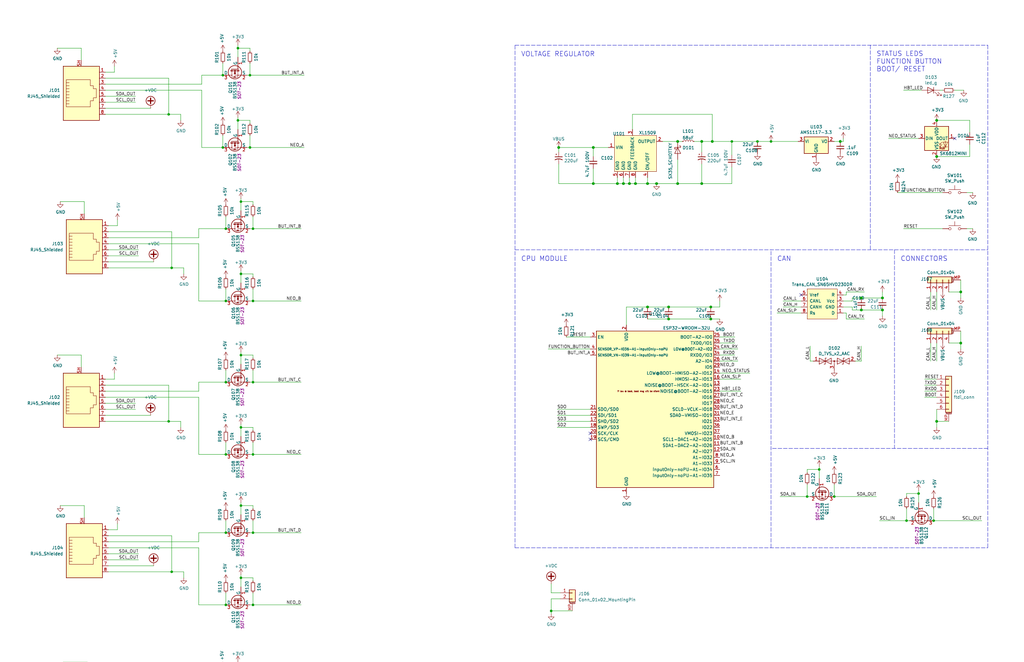
<source format=kicad_sch>
(kicad_sch (version 20231120) (generator "eeschema") (generator_version "8.0")
  (paper "B")
  (title_block (rev "1.0P") (company "Evezor Inc."))
  (junction (at 100.33 311.15))
  (junction (at 101.6 85.09))
  (junction (at 93.98 31.75))
  (junction (at 262.89 77.47) (diameter 1.016))
  (junction (at 106.68 127))
  (junction (at 93.98 62.23))
  (junction (at 71.12 48.26))
  (junction (at 363.22 125.73) (diameter 1.016))
  (junction (at 101.6 180.34))
  (junction (at 299.72 129.54) (diameter 1.016))
  (junction (at 100.33 280.67))
  (junction (at 101.6 149.86))
  (junction (at 106.68 191.77))
  (junction (at 95.25 191.77))
  (junction (at 106.68 224.79))
  (junction (at 363.22 130.81) (diameter 1.016))
  (junction (at 340.36 209.55))
  (junction (at 100.33 50.8))
  (junction (at 260.35 77.47) (diameter 1.016))
  (junction (at 295.91 59.69) (diameter 1.016))
  (junction (at 351.79 209.55))
  (junction (at 393.7 219.71))
  (junction (at 106.68 96.52))
  (junction (at 232.41 257.81))
  (junction (at 295.91 77.47) (diameter 1.016))
  (junction (at 95.25 161.29))
  (junction (at 106.68 255.27))
  (junction (at 73.66 307.34))
  (junction (at 345.44 198.12))
  (junction (at 71.12 177.8))
  (junction (at 319.405 59.69))
  (junction (at 281.94 129.54) (diameter 1.016))
  (junction (at 250.19 62.23) (diameter 1.016))
  (junction (at 72.39 241.3))
  (junction (at 101.6 115.57))
  (junction (at 354.33 59.69) (diameter 1.016))
  (junction (at 265.43 77.47) (diameter 1.016))
  (junction (at 394.97 66.04) (diameter 1.016))
  (junction (at 405.13 123.19) (diameter 1.016))
  (junction (at 105.41 322.58))
  (junction (at 93.98 292.1))
  (junction (at 382.27 219.71))
  (junction (at 387.35 208.28))
  (junction (at 105.41 62.23))
  (junction (at 394.97 50.8) (diameter 1.016))
  (junction (at 95.25 255.27))
  (junction (at 281.94 134.62) (diameter 1.016))
  (junction (at 105.41 31.75))
  (junction (at 299.72 134.62) (diameter 1.016))
  (junction (at 95.25 96.52))
  (junction (at 93.98 322.58))
  (junction (at 372.11 130.81) (diameter 1.016))
  (junction (at 372.11 125.73) (diameter 1.016))
  (junction (at 95.25 127))
  (junction (at 95.25 224.79))
  (junction (at 276.86 77.47) (diameter 1.016))
  (junction (at 273.05 77.47) (diameter 1.016))
  (junction (at 250.19 77.47) (diameter 1.016))
  (junction (at 101.6 213.36))
  (junction (at 308.61 59.69))
  (junction (at 267.97 77.47) (diameter 1.016))
  (junction (at 100.33 20.32))
  (junction (at 72.39 113.03))
  (junction (at 105.41 292.1))
  (junction (at 394.97 177.8) (diameter 1.016))
  (junction (at 273.05 129.54) (diameter 1.016))
  (junction (at 285.75 77.47) (diameter 1.016))
  (junction (at 235.585 62.23) (diameter 1.016))
  (junction (at 106.68 161.29))
  (junction (at 300.355 59.69) (diameter 1.016))
  (junction (at 285.75 59.69) (diameter 1.016))
  (junction (at 325.12 59.69))
  (junction (at 405.13 144.78) (diameter 1.016))
  (junction (at 101.6 243.84))
  (no_connect (at 248.92 185.42))
  (no_connect (at 402.59 58.42))
  (no_connect (at 337.82 124.46))
  (no_connect (at 248.92 182.88))
  (wire (pts (xy 265.43 77.47) (xy 267.97 77.47)))
  (wire (pts (xy 387.35 208.28) (xy 387.35 212.09)))
  (wire (pts (xy 72.39 241.3) (xy 77.47 241.3)))
  (wire (pts (xy 363.22 146.05) (xy 363.22 152.4)))
  (wire (pts (xy 73.66 292.1) (xy 73.66 307.34)))
  (polyline (pts (xy 367.03 19.05) (xy 367.03 105.41)) (stroke (width 0) (type dash)))
  (wire (pts (xy 337.82 129.54) (xy 330.2 129.54)))
  (wire (pts (xy 356.87 134.62) (xy 364.49 134.62)))
  (wire (pts (xy 85.09 292.1) (xy 93.98 292.1)))
  (wire (pts (xy 45.72 238.76) (xy 64.77 238.76)))
  (wire (pts (xy 45.72 110.49) (xy 64.77 110.49)))
  (wire (pts (xy 105.41 280.67) (xy 105.41 281.94)))
  (wire (pts (xy 105.41 50.8) (xy 105.41 52.07)))
  (wire (pts (xy 235.585 69.215) (xy 235.585 77.47)))
  (wire (pts (xy 394.97 123.19) (xy 394.97 130.81)))
  (wire (pts (xy 387.35 58.42) (xy 374.65 58.42)))
  (wire (pts (xy 355.6 124.46) (xy 356.87 124.46)))
  (wire (pts (xy 95.25 250.19) (xy 95.25 255.27)))
  (wire (pts (xy 83.82 102.87) (xy 83.82 127)))
  (wire (pts (xy 382.27 219.71) (xy 383.54 219.71)))
  (wire (pts (xy 105.41 62.23) (xy 104.14 62.23)))
  (wire (pts (xy 105.41 20.32) (xy 100.33 20.32)))
  (wire (pts (xy 256.54 62.23) (xy 250.19 62.23)))
  (wire (pts (xy 49.53 223.52) (xy 49.53 220.98)))
  (wire (pts (xy 78.74 307.34) (xy 78.74 309.88)))
  (wire (pts (xy 72.39 113.03) (xy 77.47 113.03)))
  (wire (pts (xy 319.405 59.69) (xy 325.12 59.69)))
  (wire (pts (xy 83.82 167.64) (xy 83.82 191.77)))
  (wire (pts (xy 44.45 30.48) (xy 48.26 30.48)))
  (wire (pts (xy 392.43 123.19) (xy 392.43 130.81)))
  (wire (pts (xy 106.68 180.34) (xy 101.6 180.34)))
  (wire (pts (xy 341.63 146.05) (xy 341.63 152.4)))
  (wire (pts (xy 356.87 124.46) (xy 356.87 123.19)))
  (wire (pts (xy 372.11 125.73) (xy 372.11 123.19)))
  (wire (pts (xy 234.95 172.72) (xy 248.92 172.72)))
  (wire (pts (xy 232.41 246.38) (xy 232.41 250.19)))
  (wire (pts (xy 232.41 252.73) (xy 236.22 252.73)))
  (wire (pts (xy 46.99 289.56) (xy 50.8 289.56)))
  (wire (pts (xy 262.89 74.93) (xy 262.89 77.47)))
  (wire (pts (xy 106.68 224.79) (xy 105.41 224.79)))
  (wire (pts (xy 303.53 142.24) (xy 309.88 142.24)))
  (wire (pts (xy 85.09 294.64) (xy 85.09 292.1)))
  (wire (pts (xy 46.99 302.26) (xy 59.69 302.26)))
  (wire (pts (xy 46.99 297.18) (xy 85.09 297.18)))
  (wire (pts (xy 363.22 125.73) (xy 372.11 125.73)))
  (wire (pts (xy 44.45 48.26) (xy 71.12 48.26)))
  (wire (pts (xy 106.68 191.77) (xy 105.41 191.77)))
  (wire (pts (xy 394.97 66.04) (xy 408.94 66.04)))
  (wire (pts (xy 72.39 226.06) (xy 72.39 241.3)))
  (wire (pts (xy 100.33 280.67) (xy 100.33 284.48)))
  (wire (pts (xy 95.25 219.71) (xy 95.25 224.79)))
  (wire (pts (xy 292.735 59.69) (xy 295.91 59.69)))
  (wire (pts (xy 25.4 85.09) (xy 35.56 85.09)))
  (wire (pts (xy 356.87 123.19) (xy 364.49 123.19)))
  (wire (pts (xy 106.68 224.79) (xy 127 224.79)))
  (wire (pts (xy 34.29 149.86) (xy 34.29 154.94)))
  (wire (pts (xy 363.22 130.81) (xy 372.11 130.81)))
  (wire (pts (xy 100.33 19.05) (xy 100.33 20.32)))
  (wire (pts (xy 44.45 38.1) (xy 85.09 38.1)))
  (wire (pts (xy 359.41 127) (xy 359.41 125.73)))
  (wire (pts (xy 106.68 91.44) (xy 106.68 96.52)))
  (wire (pts (xy 299.72 129.54) (xy 303.53 129.54)))
  (wire (pts (xy 279.4 59.69) (xy 285.75 59.69)))
  (wire (pts (xy 71.12 162.56) (xy 71.12 177.8)))
  (wire (pts (xy 100.33 309.88) (xy 100.33 311.15)))
  (wire (pts (xy 308.61 70.485) (xy 308.61 77.47)))
  (wire (pts (xy 44.45 45.72) (xy 63.5 45.72)))
  (wire (pts (xy 101.6 180.34) (xy 101.6 184.15)))
  (wire (pts (xy 93.98 317.5) (xy 93.98 322.58)))
  (wire (pts (xy 106.68 213.36) (xy 101.6 213.36)))
  (wire (pts (xy 105.41 322.58) (xy 104.14 322.58)))
  (wire (pts (xy 276.86 77.47) (xy 285.75 77.47)))
  (wire (pts (xy 389.89 160.02) (xy 394.97 160.02)))
  (wire (pts (xy 260.35 74.93) (xy 260.35 77.47)))
  (wire (pts (xy 106.68 255.27) (xy 127 255.27)))
  (wire (pts (xy 46.99 307.34) (xy 73.66 307.34)))
  (wire (pts (xy 105.41 96.52) (xy 106.68 96.52)))
  (wire (pts (xy 303.53 129.54) (xy 303.53 127)))
  (wire (pts (xy 85.09 297.18) (xy 85.09 322.58)))
  (wire (pts (xy 44.45 43.18) (xy 57.15 43.18)))
  (wire (pts (xy 76.2 48.26) (xy 76.2 50.8)))
  (polyline (pts (xy 217.17 19.05) (xy 416.56 19.05)) (stroke (width 0) (type dash)))
  (wire (pts (xy 300.355 59.69) (xy 308.61 59.69)))
  (wire (pts (xy 382.27 214.63) (xy 382.27 219.71)))
  (wire (pts (xy 394.97 177.8) (xy 400.05 177.8)))
  (wire (pts (xy 400.05 144.78) (xy 405.13 144.78)))
  (wire (pts (xy 106.68 161.29) (xy 127 161.29)))
  (wire (pts (xy 327.66 132.08) (xy 337.82 132.08)))
  (wire (pts (xy 341.63 152.4) (xy 342.9 152.4)))
  (wire (pts (xy 85.09 62.23) (xy 93.98 62.23)))
  (wire (pts (xy 402.59 38.1) (xy 406.4 38.1)))
  (wire (pts (xy 45.72 228.6) (xy 83.82 228.6)))
  (wire (pts (xy 83.82 161.29) (xy 95.25 161.29)))
  (wire (pts (xy 83.82 127) (xy 95.25 127)))
  (wire (pts (xy 45.72 233.68) (xy 58.42 233.68)))
  (wire (pts (xy 295.91 77.47) (xy 295.91 69.215)))
  (wire (pts (xy 45.72 223.52) (xy 49.53 223.52)))
  (wire (pts (xy 35.56 213.36) (xy 35.56 218.44)))
  (wire (pts (xy 34.29 20.32) (xy 34.29 25.4)))
  (wire (pts (xy 106.68 127) (xy 127 127)))
  (wire (pts (xy 105.41 26.67) (xy 105.41 31.75)))
  (wire (pts (xy 106.68 161.29) (xy 105.41 161.29)))
  (wire (pts (xy 235.585 77.47) (xy 250.19 77.47)))
  (wire (pts (xy 45.72 241.3) (xy 72.39 241.3)))
  (wire (pts (xy 295.91 77.47) (xy 308.61 77.47)))
  (wire (pts (xy 45.72 113.03) (xy 72.39 113.03)))
  (wire (pts (xy 309.88 149.86) (xy 303.53 149.86)))
  (wire (pts (xy 308.61 59.69) (xy 319.405 59.69)))
  (wire (pts (xy 105.41 292.1) (xy 128.27 292.1)))
  (wire (pts (xy 100.33 20.32) (xy 100.33 24.13)))
  (wire (pts (xy 370.84 219.71) (xy 382.27 219.71)))
  (wire (pts (xy 265.43 74.93) (xy 265.43 77.47)))
  (wire (pts (xy 44.45 35.56) (xy 85.09 35.56)))
  (wire (pts (xy 106.68 250.19) (xy 106.68 255.27)))
  (wire (pts (xy 378.46 81.28) (xy 397.51 81.28)))
  (wire (pts (xy 328.93 209.55) (xy 340.36 209.55)))
  (wire (pts (xy 105.41 50.8) (xy 100.33 50.8)))
  (wire (pts (xy 351.79 59.69) (xy 354.33 59.69)))
  (wire (pts (xy 355.6 127) (xy 359.41 127)))
  (wire (pts (xy 106.68 213.36) (xy 106.68 214.63)))
  (wire (pts (xy 45.72 95.25) (xy 49.53 95.25)))
  (wire (pts (xy 355.6 132.08) (xy 356.87 132.08)))
  (wire (pts (xy 100.33 49.53) (xy 100.33 50.8)))
  (wire (pts (xy 396.24 38.1) (xy 397.51 38.1)))
  (wire (pts (xy 101.6 149.86) (xy 101.6 153.67)))
  (wire (pts (xy 101.6 114.3) (xy 101.6 115.57)))
  (wire (pts (xy 394.97 172.72) (xy 394.97 177.8)))
  (wire (pts (xy 394.97 177.8) (xy 394.97 180.34)))
  (wire (pts (xy 345.44 196.85) (xy 345.44 198.12)))
  (wire (pts (xy 363.22 152.4) (xy 360.68 152.4)))
  (wire (pts (xy 303.53 165.1) (xy 312.42 165.1)))
  (wire (pts (xy 407.67 81.28) (xy 410.21 81.28)))
  (wire (pts (xy 105.41 31.75) (xy 104.14 31.75)))
  (polyline (pts (xy 217.17 231.14) (xy 217.17 19.05)) (stroke (width 0) (type dash)))
  (wire (pts (xy 48.26 160.02) (xy 48.26 157.48)))
  (wire (pts (xy 394.97 167.64) (xy 389.89 167.64)))
  (wire (pts (xy 105.41 280.67) (xy 100.33 280.67)))
  (wire (pts (xy 83.82 100.33) (xy 83.82 96.52)))
  (wire (pts (xy 49.53 95.25) (xy 49.53 92.71)))
  (wire (pts (xy 93.98 26.67) (xy 93.98 31.75)))
  (wire (pts (xy 71.12 33.02) (xy 71.12 48.26)))
  (wire (pts (xy 95.25 91.44) (xy 95.25 96.52)))
  (wire (pts (xy 71.12 48.26) (xy 76.2 48.26)))
  (wire (pts (xy 232.41 257.81) (xy 232.41 252.73)))
  (wire (pts (xy 105.41 322.58) (xy 128.27 322.58)))
  (wire (pts (xy 50.8 289.56) (xy 50.8 287.02)))
  (wire (pts (xy 266.7 48.26) (xy 300.355 48.26)))
  (wire (pts (xy 105.41 311.15) (xy 105.41 312.42)))
  (wire (pts (xy 77.47 113.03) (xy 77.47 115.57)))
  (wire (pts (xy 106.68 115.57) (xy 106.68 116.84)))
  (wire (pts (xy 101.6 242.57) (xy 101.6 243.84)))
  (wire (pts (xy 407.67 96.52) (xy 410.21 96.52)))
  (wire (pts (xy 36.83 279.4) (xy 36.83 284.48)))
  (wire (pts (xy 44.45 160.02) (xy 48.26 160.02)))
  (wire (pts (xy 93.98 287.02) (xy 93.98 292.1)))
  (wire (pts (xy 101.6 115.57) (xy 101.6 119.38)))
  (wire (pts (xy 106.68 127) (xy 105.41 127)))
  (wire (pts (xy 106.68 243.84) (xy 101.6 243.84)))
  (wire (pts (xy 303.53 152.4) (xy 311.15 152.4)))
  (wire (pts (xy 76.2 177.8) (xy 76.2 180.34)))
  (polyline (pts (xy 416.56 189.23) (xy 325.12 189.23)) (stroke (width 0) (type dash)))
  (wire (pts (xy 299.72 134.62) (xy 303.53 134.62)))
  (wire (pts (xy 100.33 279.4) (xy 100.33 280.67)))
  (polyline (pts (xy 416.56 19.05) (xy 416.56 231.14)) (stroke (width 0) (type dash)))
  (wire (pts (xy 267.97 74.93) (xy 267.97 77.47)))
  (wire (pts (xy 101.6 83.82) (xy 101.6 85.09)))
  (wire (pts (xy 281.94 134.62) (xy 299.72 134.62)))
  (wire (pts (xy 340.36 204.47) (xy 340.36 209.55)))
  (wire (pts (xy 267.97 77.47) (xy 273.05 77.47)))
  (wire (pts (xy 393.7 214.63) (xy 393.7 219.71)))
  (polyline (pts (xy 377.19 105.41) (xy 377.19 189.23)) (stroke (width 0) (type dash)))
  (wire (pts (xy 45.72 102.87) (xy 83.82 102.87)))
  (wire (pts (xy 100.33 50.8) (xy 100.33 54.61)))
  (wire (pts (xy 387.35 207.01) (xy 387.35 208.28)))
  (wire (pts (xy 83.82 96.52) (xy 95.25 96.52)))
  (wire (pts (xy 106.68 219.71) (xy 106.68 224.79)))
  (wire (pts (xy 250.19 71.12) (xy 250.19 77.47)))
  (wire (pts (xy 44.45 172.72) (xy 57.15 172.72)))
  (wire (pts (xy 101.6 85.09) (xy 101.6 88.9)))
  (wire (pts (xy 24.13 20.32) (xy 34.29 20.32)))
  (wire (pts (xy 231.14 147.32) (xy 248.92 147.32)))
  (wire (pts (xy 356.87 132.08) (xy 356.87 134.62)))
  (wire (pts (xy 106.68 186.69) (xy 106.68 191.77)))
  (wire (pts (xy 44.45 177.8) (xy 71.12 177.8)))
  (wire (pts (xy 405.13 118.11) (xy 405.13 123.19)))
  (wire (pts (xy 355.6 129.54) (xy 359.41 129.54)))
  (wire (pts (xy 260.35 77.47) (xy 262.89 77.47)))
  (wire (pts (xy 408.94 66.04) (xy 408.94 60.96)))
  (wire (pts (xy 83.82 191.77) (xy 95.25 191.77)))
  (wire (pts (xy 300.355 48.26) (xy 300.355 59.69)))
  (wire (pts (xy 351.79 209.55) (xy 369.57 209.55)))
  (wire (pts (xy 95.25 186.69) (xy 95.25 191.77)))
  (wire (pts (xy 285.75 77.47) (xy 285.75 67.31)))
  (wire (pts (xy 83.82 255.27) (xy 95.25 255.27)))
  (wire (pts (xy 93.98 57.15) (xy 93.98 62.23)))
  (wire (pts (xy 101.6 212.09) (xy 101.6 213.36)))
  (wire (pts (xy 238.76 142.24) (xy 248.92 142.24)))
  (wire (pts (xy 295.91 59.69) (xy 295.91 64.135)))
  (wire (pts (xy 105.41 292.1) (xy 104.14 292.1)))
  (wire (pts (xy 73.66 307.34) (xy 78.74 307.34)))
  (wire (pts (xy 281.94 129.54) (xy 299.72 129.54)))
  (polyline (pts (xy 217.17 231.14) (xy 416.56 231.14)) (stroke (width 0) (type dash)))
  (wire (pts (xy 381 96.52) (xy 397.51 96.52)))
  (wire (pts (xy 106.68 85.09) (xy 106.68 86.36)))
  (polyline (pts (xy 217.17 105.41) (xy 416.56 105.41)) (stroke (width 0) (type dash)))
  (wire (pts (xy 77.47 241.3) (xy 77.47 243.84)))
  (wire (pts (xy 105.41 20.32) (xy 105.41 21.59)))
  (wire (pts (xy 85.09 31.75) (xy 93.98 31.75)))
  (wire (pts (xy 232.41 257.81) (xy 241.3 257.81)))
  (wire (pts (xy 105.41 62.23) (xy 128.27 62.23)))
  (wire (pts (xy 264.16 137.16) (xy 264.16 129.54)))
  (wire (pts (xy 345.44 198.12) (xy 345.44 201.93)))
  (wire (pts (xy 106.68 156.21) (xy 106.68 161.29)))
  (wire (pts (xy 381 38.1) (xy 388.62 38.1)))
  (wire (pts (xy 234.95 180.34) (xy 248.92 180.34)))
  (wire (pts (xy 45.72 226.06) (xy 72.39 226.06)))
  (wire (pts (xy 337.82 127) (xy 330.2 127)))
  (wire (pts (xy 273.05 129.54) (xy 281.94 129.54)))
  (wire (pts (xy 105.41 317.5) (xy 105.41 322.58)))
  (wire (pts (xy 312.42 160.02) (xy 303.53 160.02)))
  (wire (pts (xy 382.27 208.28) (xy 387.35 208.28)))
  (wire (pts (xy 44.45 167.64) (xy 83.82 167.64)))
  (wire (pts (xy 44.45 175.26) (xy 63.5 175.26)))
  (wire (pts (xy 46.99 294.64) (xy 85.09 294.64)))
  (wire (pts (xy 394.97 50.8) (xy 408.94 50.8)))
  (wire (pts (xy 45.72 100.33) (xy 83.82 100.33)))
  (wire (pts (xy 106.68 243.84) (xy 106.68 245.11)))
  (wire (pts (xy 355.6 59.69) (xy 355.6 58.42)))
  (wire (pts (xy 101.6 243.84) (xy 101.6 247.65)))
  (wire (pts (xy 234.95 175.26) (xy 248.92 175.26)))
  (wire (pts (xy 340.36 209.55) (xy 341.63 209.55)))
  (wire (pts (xy 303.53 157.48) (xy 316.23 157.48)))
  (wire (pts (xy 95.25 121.92) (xy 95.25 127)))
  (wire (pts (xy 234.95 177.8) (xy 248.92 177.8)))
  (wire (pts (xy 266.7 48.26) (xy 266.7 54.61)))
  (wire (pts (xy 359.41 129.54) (xy 359.41 130.81)))
  (wire (pts (xy 351.79 204.47) (xy 351.79 209.55)))
  (wire (pts (xy 72.39 97.79) (xy 72.39 113.03)))
  (wire (pts (xy 105.41 57.15) (xy 105.41 62.23)))
  (wire (pts (xy 340.36 198.12) (xy 345.44 198.12)))
  (wire (pts (xy 389.89 165.1) (xy 394.97 165.1)))
  (wire (pts (xy 340.36 198.12) (xy 340.36 199.39)))
  (wire (pts (xy 85.09 38.1) (xy 85.09 62.23)))
  (wire (pts (xy 250.19 62.23) (xy 235.585 62.23)))
  (wire (pts (xy 106.68 191.77) (xy 127 191.77)))
  (wire (pts (xy 105.41 31.75) (xy 128.27 31.75)))
  (wire (pts (xy 106.68 115.57) (xy 101.6 115.57)))
  (wire (pts (xy 44.45 33.02) (xy 71.12 33.02)))
  (wire (pts (xy 101.6 148.59) (xy 101.6 149.86)))
  (polyline (pts (xy 325.12 231.14) (xy 325.12 105.41)) (stroke (width 0) (type dash)))
  (wire (pts (xy 250.19 62.23) (xy 250.19 66.04)))
  (wire (pts (xy 101.6 213.36) (xy 101.6 217.17)))
  (wire (pts (xy 273.05 74.93) (xy 273.05 77.47)))
  (wire (pts (xy 308.61 59.69) (xy 308.61 65.405)))
  (wire (pts (xy 25.4 213.36) (xy 35.56 213.36)))
  (wire (pts (xy 83.82 228.6) (xy 83.82 224.79)))
  (wire (pts (xy 46.99 304.8) (xy 66.04 304.8)))
  (wire (pts (xy 48.26 30.48) (xy 48.26 27.94)))
  (wire (pts (xy 83.82 231.14) (xy 83.82 255.27)))
  (wire (pts (xy 311.15 147.32) (xy 303.53 147.32)))
  (wire (pts (xy 35.56 85.09) (xy 35.56 90.17)))
  (wire (pts (xy 262.89 77.47) (xy 265.43 77.47)))
  (wire (pts (xy 400.05 123.19) (xy 405.13 123.19)))
  (wire (pts (xy 405.13 123.19) (xy 405.13 125.73)))
  (wire (pts (xy 45.72 231.14) (xy 83.82 231.14)))
  (wire (pts (xy 273.05 77.47) (xy 276.86 77.47)))
  (wire (pts (xy 405.13 139.7) (xy 405.13 144.78)))
  (wire (pts (xy 405.13 144.78) (xy 405.13 147.32)))
  (wire (pts (xy 45.72 107.95) (xy 58.42 107.95)))
  (wire (pts (xy 273.05 134.62) (xy 281.94 134.62)))
  (wire (pts (xy 106.68 121.92) (xy 106.68 127)))
  (wire (pts (xy 100.33 311.15) (xy 100.33 314.96)))
  (wire (pts (xy 106.68 149.86) (xy 101.6 149.86)))
  (wire (pts (xy 26.67 279.4) (xy 36.83 279.4)))
  (wire (pts (xy 285.75 77.47) (xy 295.91 77.47)))
  (wire (pts (xy 44.45 40.64) (xy 57.15 40.64)))
  (wire (pts (xy 46.99 292.1) (xy 73.66 292.1)))
  (wire (pts (xy 325.12 59.69) (xy 336.55 59.69)))
  (wire (pts (xy 106.68 255.27) (xy 105.41 255.27)))
  (wire (pts (xy 106.68 180.34) (xy 106.68 181.61)))
  (wire (pts (xy 24.13 149.86) (xy 34.29 149.86)))
  (wire (pts (xy 44.45 165.1) (xy 83.82 165.1)))
  (wire (pts (xy 393.7 219.71) (xy 414.02 219.71)))
  (wire (pts (xy 46.99 299.72) (xy 59.69 299.72)))
  (wire (pts (xy 85.09 322.58) (xy 93.98 322.58)))
  (wire (pts (xy 359.41 125.73) (xy 363.22 125.73)))
  (wire (pts (xy 85.09 35.56) (xy 85.09 31.75)))
  (wire (pts (xy 264.16 129.54) (xy 273.05 129.54)))
  (wire (pts (xy 45.72 105.41) (xy 58.42 105.41)))
  (wire (pts (xy 303.53 144.78) (xy 309.88 144.78)))
  (wire (pts (xy 95.25 156.21) (xy 95.25 161.29)))
  (wire (pts (xy 382.27 208.28) (xy 382.27 209.55)))
  (wire (pts (xy 372.11 133.35) (xy 372.11 130.81)))
  (wire (pts (xy 45.72 97.79) (xy 72.39 97.79)))
  (wire (pts (xy 44.45 162.56) (xy 71.12 162.56)))
  (wire (pts (xy 232.41 259.08) (xy 232.41 257.81)))
  (wire (pts (xy 250.19 77.47) (xy 260.35 77.47)))
  (wire (pts (xy 106.68 149.86) (xy 106.68 151.13)))
  (wire (pts (xy 232.41 250.19) (xy 236.22 250.19)))
  (wire (pts (xy 295.91 59.69) (xy 300.355 59.69)))
  (wire (pts (xy 359.41 130.81) (xy 363.22 130.81)))
  (wire (pts (xy 106.68 85.09) (xy 101.6 85.09)))
  (wire (pts (xy 45.72 236.22) (xy 58.42 236.22)))
  (wire (pts (xy 394.97 144.78) (xy 394.97 152.4)))
  (wire (pts (xy 392.43 144.78) (xy 392.43 152.4)))
  (wire (pts (xy 44.45 170.18) (xy 57.15 170.18)))
  (wire (pts (xy 408.94 50.8) (xy 408.94 55.88)))
  (wire (pts (xy 71.12 177.8) (xy 76.2 177.8)))
  (wire (pts (xy 83.82 224.79) (xy 95.25 224.79)))
  (wire (pts (xy 101.6 179.07) (xy 101.6 180.34)))
  (wire (pts (xy 105.41 311.15) (xy 100.33 311.15)))
  (wire (pts (xy 235.585 62.23) (xy 235.585 64.135)))
  (wire (pts (xy 105.41 287.02) (xy 105.41 292.1)))
  (wire (pts (xy 354.33 59.69) (xy 355.6 59.69)))
  (wire (pts (xy 106.68 96.52) (xy 127 96.52)))
  (wire (pts (xy 389.89 162.56) (xy 394.97 162.56)))
  (wire (pts (xy 285.75 59.69) (xy 287.655 59.69)))
  (wire (pts (xy 83.82 165.1) (xy 83.82 161.29)))
  (text "VOLTAGE REGULATOR" (at 219.71 24.13 0) (effects (font (size 2.0066 2.0066)) (justify left bottom)))
  (text "CPU MODULE" (at 219.71 110.49 0) (effects (font (size 2.0066 2.0066)) (justify left bottom)))
  (text "CAN \n" (at 327.66 110.49 0) (effects (font (size 2.0066 2.0066)) (justify left bottom)))
  (text "STATUS LEDS \nFUNCTION BUTTON\nBOOT/ RESET " (at 369.57 30.48 0) (effects (font (size 2.0066 2.0066)) (justify left bottom)))
  (text "CONNECTORS" (at 379.73 110.49 0) (effects (font (size 2.0066 2.0066)) (justify left bottom)))
  (label "SD2" (at 234.95 180.34 0))
  (label "BUT_INT_A" (at 128.27 31.75 180))
  (label "TXDO" (at 309.88 144.78 180))
  (label "SCL_OUT" (at 58.42 236.22 180))
  (label "RESET" (at 241.3 142.24 0))
  (label "NEO_A" (at 128.27 62.23 180))
  (label "SDA_OUT" (at 57.15 170.18 180))
  (label "SCL_OUT" (at 57.15 172.72 180))
  (label "SCL_OUT" (at 59.69 302.26 180))
  (label "CAN_H" (at 394.97 130.81 90))
  (label "CAN_TX" (at 311.15 152.4 180))
  (label "CAN_L" (at 392.43 130.81 90))
  (label "SDA_IN" (at 303.53 190.5 0))
  (label "SCL_OUT" (at 414.02 219.71 180))
  (label "BUT_INT_C" (at 127 161.29 180))
  (label "CAN_SLP" (at 327.66 132.08 0))
  (label "NEO_C" (at 127 191.77 180))
  (label "NEO_E" (at 303.53 175.26 0))
  (label "CAN_L" (at 330.2 127 0))
  (label "SDA_OUT" (at 58.42 233.68 180))
  (label "CAN_L" (at 341.63 146.05 270))
  (label "SDA_OUT" (at 57.15 40.64 180))
  (label "NEO_C" (at 303.53 170.18 0))
  (label "SCL_IN" (at 370.84 219.71 0))
  (label "BUT_INT_A" (at 248.92 149.86 180))
  (label "BUT_INT_C" (at 303.53 167.64 0))
  (label "BUT_INT_E" (at 128.27 292.1 180))
  (label "BUT_INT_B" (at 303.53 187.96 0))
  (label "BUT_INT_D" (at 127 224.79 180))
  (label "RXD0" (at 389.89 165.1 0))
  (label "SDA_OUT" (at 59.69 299.72 180))
  (label "CAN_SLP" (at 312.42 160.02 180))
  (label "CAN_RX" (at 364.49 123.19 180))
  (label "NEO_E" (at 128.27 322.58 180))
  (label "NEO_B" (at 127 127 180))
  (label "CAN_H" (at 394.97 152.4 90))
  (label "HBT_LED" (at 381 38.1 0))
  (label "NEO_B" (at 303.53 185.42 0))
  (label "NEO_D" (at 127 255.27 180))
  (label "SCL_OUT" (at 58.42 107.95 180))
  (label "SCL_OUT" (at 57.15 43.18 180))
  (label "BUT_INT_D" (at 303.53 172.72 0))
  (label "TXDO" (at 389.89 162.56 0))
  (label "FUNCTION_BUTTON" (at 381 81.28 0))
  (label "NEO_STATUS" (at 374.65 58.42 0))
  (label "SD1" (at 234.95 175.26 0))
  (label "SDO" (at 234.95 172.72 0))
  (label "HBT_LED" (at 312.42 165.1 180))
  (label "SD3" (at 234.95 177.8 0))
  (label "SDA_IN" (at 328.93 209.55 0))
  (label "SDA_OUT" (at 58.42 105.41 180))
  (label "RESET" (at 381 96.52 0))
  (label "CAN_TX" (at 364.49 134.62 180))
  (label "SCL_IN" (at 303.53 195.58 0))
  (label "SDA_OUT" (at 369.57 209.55 180))
  (label "FUNCTION_BUTTON" (at 231.14 147.32 0))
  (label "CAN_H" (at 363.22 146.05 270))
  (label "CAN_H" (at 330.2 129.54 0))
  (label "BOOT" (at 389.89 167.64 0))
  (label "NEO_D" (at 303.53 154.94 0))
  (label "NEO_A" (at 303.53 193.04 0))
  (label "RXD0" (at 309.88 149.86 180))
  (label "BOOT" (at 309.88 142.24 180))
  (label "BUT_INT_E" (at 303.53 177.8 0))
  (label "BUT_INT_B" (at 127 96.52 180))
  (label "NEO_STATUS" (at 316.23 157.48 180))
  (label "RESET" (at 389.89 160.02 0))
  (label "CAN_L" (at 392.43 152.4 90))
  (label "CAN_RX" (at 311.15 147.32 180))
  (symbol (lib_id "power:GND") (at 405.13 147.32 0) (unit 1)
    (property "Reference" "#PWR0168" (effects (hide yes)))
    (property "Value" "GND" (at 405.13 152.4 90))
  )
  (symbol (lib_id "power:+3.3V") (at 355.6 58.42 0) (unit 1)
    (property "Reference" "#PWR0156" (effects (hide yes)))
    (property "Value" "+3V3" (at 355.981 54.0258 0))
  )
  (symbol (lib_id "Regulator_Linear:AMS1117-3.3") (at 344.17 59.69 0) (unit 1)
    (property "Reference" "U103" (at 344.17 53.5432 0))
    (property "Value" "AMS1117-3.3" (at 344.17 55.8546 0))
    (property "Footprint" "Package_TO_SOT_SMD:SOT-223-3_TabPin2" (effects (hide yes)))
    (property "Datasheet" "http://www.advanced-monolithic.com/pdf/ds1117.pdf" (effects (hide yes)))
  )
  (symbol (lib_id "power:GND") (at 344.17 67.31 0) (unit 1)
    (property "Reference" "#PWR0151" (effects (hide yes)))
    (property "Value" "GND" (at 344.297 71.7042 0))
  )
  (symbol (lib_id "power:GND") (at 410.21 81.28 0) (mirror y) (unit 1)
    (property "Reference" "#PWR0170" (effects (hide yes)))
    (property "Value" "GND" (at 410.083 85.6742 0))
  )
  (symbol (lib_id "Switch:SW_Push") (at 402.59 81.28 0) (unit 1)
    (property "Reference" "SW101" (at 402.59 74.041 0))
    (property "Value" "SW_Push" (at 402.59 76.3524 0))
    (property "Footprint" "Button_Switch_SMD:SWITCH_2x3_SMD_TACTILE_GREEN" (effects (hide yes)))
  )
  (symbol (lib_id "power:+3.3V") (at 394.97 50.8 0) (unit 1)
    (property "Reference" "#PWR0162" (effects (hide yes)))
    (property "Value" "+3V3" (at 395.351 46.4058 0))
  )
  (symbol (lib_id "power:GND") (at 394.97 66.04 0) (mirror y) (unit 1)
    (property "Reference" "#PWR0163" (effects (hide yes)))
    (property "Value" "GND" (at 394.843 70.4342 0))
  )
  (symbol (lib_id "Device:C_Small") (at 408.94 58.42 180) (unit 1)
    (property "Reference" "C112" (at 414.7566 58.42 90))
    (property "Value" ".1uF" (at 412.4452 58.42 90))
    (property "Footprint" "Capacitor_SMD:C_0603_1608Metric" (effects (hide yes)))
  )
  (symbol (lib_id "Device:C_Small") (at 354.33 62.23 0) (unit 1)
    (property "Reference" "C109" (at 356.87 64.77 0) (effects (justify left)))
    (property "Value" ".1uF" (at 356.87 62.23 0) (effects (justify left)))
    (property "Footprint" "Capacitor_SMD:C_0603_1608Metric" (effects (hide yes)))
  )
  (symbol (lib_id "power:GND") (at 354.33 64.77 0) (unit 1)
    (property "Reference" "#PWR0155" (effects (hide yes)))
    (property "Value" "GND" (at 354.457 69.1642 0))
  )
  (symbol (lib_id "LED:SK6812MINI") (at 394.97 58.42 0) (unit 1)
    (property "Reference" "D104" (at 403.7076 57.2516 0) (effects (justify left)))
    (property "Value" "SK6812MINI" (at 396.24 64.77 0) (effects (justify left)))
    (property "Footprint" "LED_SMD:LED_SK6812MINI_PLCC4_3.5x3.5mm_P1.75mm" (effects (hide yes)))
    (property "Datasheet" "https://cdn-shop.adafruit.com/product-files/2686/SK6812MINI_REV.01-1-2.pdf" (effects (hide yes)))
  )
  (symbol (lib_id "power:VBUS") (at 397.51 144.78 180) (unit 1)
    (property "Reference" "#PWR0166" (effects (hide yes)))
    (property "Value" "VBUS" (at 397.51 149.86 90))
  )
  (symbol (lib_id "Device:D_TVS_x2_AAC") (at 351.79 152.4 0) (unit 1)
    (property "Reference" "D102" (at 351.79 146.9136 0))
    (property "Value" "D_TVS_x2_AAC" (at 351.79 149.225 0))
    (property "Footprint" "Package_TO_SOT_SMD:SOT-23" (effects (hide yes)))
  )
  (symbol (lib_id "power:GND") (at 351.79 156.21 0) (mirror y) (unit 1)
    (property "Reference" "#PWR0153" (effects (hide yes)))
    (property "Value" "GND" (at 351.663 160.6042 0))
  )
  (symbol (lib_id "Evezor_Library:Trans_CAN_SN65HVD230DR") (at 346.71 128.27 180) (unit 1)
    (property "Reference" "U104" (at 346.71 117.729 0))
    (property "Value" "Trans_CAN_SN65HVD230DR" (at 346.71 120.0404 0))
    (property "Footprint" "Package_SO:CAN-TRANS-SN65HVD230DR" (effects (hide yes)))
  )
  (symbol (lib_id "Device:C_Small") (at 363.22 128.27 0) (unit 1)
    (property "Reference" "C110" (at 359.41 125.73 0) (effects (justify left)))
    (property "Value" ".1uF" (at 360.68 130.81 90) (effects (justify left)))
    (property "Footprint" "Capacitor_SMD:C_0603_1608Metric" (effects (hide yes)))
  )
  (symbol (lib_id "Device:C_Small") (at 372.11 128.27 0) (unit 1)
    (property "Reference" "C111" (at 367.03 129.54 0) (effects (justify left)))
    (property "Value" "22uF" (at 365.76 127 0) (effects (justify left)))
    (property "Footprint" "Capacitor_SMD:C_0805_2012Metric" (effects (hide yes)))
  )
  (symbol (lib_id "Device:C_Small") (at 273.05 132.08 0) (unit 1)
    (property "Reference" "C103" (at 267.97 133.35 0) (effects (justify left)))
    (property "Value" "22uF" (at 266.7 130.81 0) (effects (justify left)))
    (property "Footprint" "Capacitor_SMD:C_0805_2012Metric" (effects (hide yes)))
  )
  (symbol (lib_id "Device:C_Small") (at 281.94 132.08 0) (unit 1)
    (property "Reference" "C104" (at 276.86 133.35 0) (effects (justify left)))
    (property "Value" "22uF" (at 275.59 130.81 0) (effects (justify left)))
    (property "Footprint" "Capacitor_SMD:C_0805_2012Metric" (effects (hide yes)))
  )
  (symbol (lib_id "Device:C_Small") (at 299.72 132.08 0) (unit 1)
    (property "Reference" "C106" (at 294.64 133.35 0) (effects (justify left)))
    (property "Value" "22uF" (at 293.37 130.81 0) (effects (justify left)))
    (property "Footprint" "Capacitor_SMD:C_0805_2012Metric" (effects (hide yes)))
  )
  (symbol (lib_id "Device:R_Small") (at 238.76 139.7 180) (unit 1)
    (property "Reference" "R121" (at 241.3 139.7 90))
    (property "Value" "10k" (at 236.22 139.7 90))
    (property "Footprint" "Resistor_SMD:R_0603_1608Metric" (effects (hide yes)))
  )
  (symbol (lib_id "Connector_Generic_MountingPin:Conn_01x06_MountingPin") (at 400.05 165.1 0) (unit 1)
    (property "Reference" "J109" (at 402.082 165.3032 0) (effects (justify left)))
    (property "Value" "ftdi_conn" (at 402.082 167.6146 0) (effects (justify left)))
    (property "Footprint" "Connector_JST:JST_SH_BM06B-SRSS-TB_1x06-1MP_P1.00mm_Vertical" (effects (hide yes)))
  )
  (symbol (lib_id "power:+3.3V") (at 238.76 137.16 0) (unit 1)
    (property "Reference" "#PWR0144" (effects (hide yes)))
    (property "Value" "+3V3" (at 239.141 132.7658 0))
  )
  (symbol (lib_id "power:+3.3V") (at 303.53 127 0) (unit 1)
    (property "Reference" "#PWR0147" (effects (hide yes)))
    (property "Value" "+3V3" (at 303.911 122.6058 0))
  )
  (symbol (lib_id "power:GND") (at 303.53 134.62 0) (unit 1)
    (property "Reference" "#PWR0148" (effects (hide yes)))
    (property "Value" "GND" (at 303.657 139.0142 0))
  )
  (symbol (lib_id "Connector_Generic_MountingPin:Conn_01x04_MountingPin") (at 394.97 139.7 90) (unit 1)
    (property "Reference" "J108" (at 388.3152 139.3444 90) (effects (justify right)))
    (property "Value" "Conn_01x04" (at 390.8552 136.5758 90) (effects (justify right)))
    (property "Footprint" "Connector_JST:JST_PH_S4B-PH-SM4-TB_1x04-1MP_P2.00mm_Horizontal" (effects (hide yes)))
  )
  (symbol (lib_id "power:GND") (at 405.13 125.73 0) (unit 1)
    (property "Reference" "#PWR0167" (effects (hide yes)))
    (property "Value" "GND" (at 405.13 130.81 90))
  )
  (symbol (lib_id "power:VBUS") (at 397.51 123.19 180) (unit 1)
    (property "Reference" "#PWR0165" (effects (hide yes)))
    (property "Value" "VBUS" (at 397.51 128.27 90))
  )
  (symbol (lib_id "Connector_Generic_MountingPin:Conn_01x04_MountingPin") (at 394.97 118.11 90) (unit 1)
    (property "Reference" "J107" (at 388.3152 117.7544 90) (effects (justify right)))
    (property "Value" "Conn_01x04" (at 390.8552 114.9858 90) (effects (justify right)))
    (property "Footprint" "Connector_JST:JST_PH_S4B-PH-SM4-TB_1x04-1MP_P2.00mm_Horizontal" (effects (hide yes)))
  )
  (symbol (lib_id "power:+3.3V") (at 372.11 123.19 0) (unit 1)
    (property "Reference" "#PWR0157" (effects (hide yes)))
    (property "Value" "+3V3" (at 372.491 118.7958 0))
  )
  (symbol (lib_id "power:GND") (at 372.11 133.35 0) (unit 1)
    (property "Reference" "#PWR0158" (effects (hide yes)))
    (property "Value" "GND" (at 372.237 137.7442 0))
  )
  (symbol (lib_id "power:GND") (at 394.97 180.34 0) (unit 1)
    (property "Reference" "#PWR0164" (effects (hide yes)))
    (property "Value" "GND" (at 395.097 184.7342 0))
  )
  (symbol (lib_id "power:GND") (at 264.16 208.28 0) (unit 1)
    (property "Reference" "#PWR0145" (effects (hide yes)))
    (property "Value" "GND" (at 264.287 212.6742 0))
  )
  (symbol (lib_id "power:GND") (at 410.21 96.52 0) (mirror y) (unit 1)
    (property "Reference" "#PWR0171" (effects (hide yes)))
    (property "Value" "GND" (at 410.083 100.9142 0))
  )
  (symbol (lib_id "Switch:SW_Push") (at 402.59 96.52 0) (unit 1)
    (property "Reference" "SW102" (at 402.59 89.281 0))
    (property "Value" "SW_Push" (at 402.59 91.5924 0))
    (property "Footprint" "Button_Switch_SMD:SWITCH_2x3_SMD_TACTILE_GREEN" (effects (hide yes)))
  )
  (symbol (lib_id "Device:R_Small") (at 378.46 78.74 180) (unit 1)
    (property "Reference" "R124" (at 381 78.74 90))
    (property "Value" "10k" (at 375.92 78.74 90))
    (property "Footprint" "Resistor_SMD:R_0603_1608Metric" (effects (hide yes)))
  )
  (symbol (lib_id "power:+3.3V") (at 378.46 76.2 0) (unit 1)
    (property "Reference" "#PWR0159" (effects (hide yes)))
    (property "Value" "+3V3" (at 378.841 71.8058 0))
  )
  (symbol (lib_id "power:+3.3V") (at 100.33 19.05 0) (mirror y) (unit 1)
    (property "Reference" "#PWR0131" (effects (hide yes)))
    (property "Value" "+3V3" (at 100.33 15.494 0))
  )
  (symbol (lib_id "power:+3.3V") (at 101.6 242.57 0) (mirror y) (unit 1)
    (property "Reference" "#PWR0140" (effects (hide yes)))
    (property "Value" "+3V3" (at 101.6 239.014 0))
  )
  (symbol (lib_id "power:+5V") (at 95.25 181.61 0) (mirror y) (unit 1)
    (property "Reference" "#PWR0128" (effects (hide yes)))
    (property "Value" "+5V" (at 94.869 178.3588 90) (effects (justify left)))
  )
  (symbol (lib_id "power:GND") (at 78.74 309.88 0) (unit 1)
    (property "Reference" "#PWR0120" (effects (hide yes)))
    (property "Value" "GND" (at 78.867 314.2742 0))
  )
  (symbol (lib_id "NANO_SLAVE_BOARD-rescue:BSS138-RESCUE-NANO_SLAVE_BOARD") (at 388.62 217.17 270) (unit 1)
    (property "Reference" "Q112" (at 390.525 222.25 0) (effects (justify left)))
    (property "Value" "BSS138" (at 388.62 222.25 0) (effects (justify left)))
    (property "Footprint" "SOT-23" (at 386.715 222.25 0) (effects (font (italic yes)) (justify left)))
  )
  (symbol (lib_id "NANO_SLAVE_BOARD-rescue:BSS138-RESCUE-NANO_SLAVE_BOARD") (at 100.33 252.73 90) (mirror x) (unit 1)
    (property "Reference" "Q110" (at 98.425 257.81 0) (effects (justify left)))
    (property "Value" "BSS138" (at 100.33 257.81 0) (effects (justify left)))
    (property "Footprint" "SOT-23" (at 102.235 257.81 0) (effects (font (italic yes)) (justify left)))
  )
  (symbol (lib_id "NANO_SLAVE_BOARD-rescue:BSS138-RESCUE-NANO_SLAVE_BOARD") (at 100.33 189.23 90) (mirror x) (unit 1)
    (property "Reference" "Q108" (at 98.425 194.31 0) (effects (justify left)))
    (property "Value" "BSS138" (at 100.33 194.31 0) (effects (justify left)))
    (property "Footprint" "SOT-23" (at 102.235 194.31 0) (effects (font (italic yes)) (justify left)))
  )
  (symbol (lib_id "power:+5V") (at 48.26 157.48 0) (unit 1)
    (property "Reference" "#PWR0107" (effects (hide yes)))
    (property "Value" "+5V" (at 48.641 154.2288 90) (effects (justify left)))
  )
  (symbol (lib_id "power:+5V") (at 95.25 116.84 0) (mirror y) (unit 1)
    (property "Reference" "#PWR0126" (effects (hide yes)))
    (property "Value" "+5V" (at 94.869 113.5888 90) (effects (justify left)))
  )
  (symbol (lib_id "power:+5V") (at 95.25 86.36 0) (mirror y) (unit 1)
    (property "Reference" "#PWR0125" (effects (hide yes)))
    (property "Value" "+5V" (at 94.869 83.1088 90) (effects (justify left)))
  )
  (symbol (lib_id "power:GND") (at 232.41 259.08 0) (unit 1)
    (property "Reference" "#PWR0142" (effects (hide yes)))
    (property "Value" "GND" (at 232.537 263.4742 0))
  )
  (symbol (lib_id "power:+5V") (at 93.98 312.42 0) (mirror y) (unit 1)
    (property "Reference" "#PWR0124" (effects (hide yes)))
    (property "Value" "+5V" (at 93.599 309.1688 90) (effects (justify left)))
  )
  (symbol (lib_id "Device:R_Small") (at 106.68 119.38 0) (mirror x) (unit 1)
    (property "Reference" "R116" (at 104.14 119.38 90))
    (property "Value" "10k" (at 109.22 119.38 90))
    (property "Footprint" "Resistor_SMD:R_0603_1608Metric" (effects (hide yes)))
  )
  (symbol (lib_id "power:+VDC") (at 63.5 45.72 0) (unit 1)
    (property "Reference" "#PWR0111" (effects (hide yes)))
    (property "Value" "+VDC" (at 63.5 38.1 0))
    (property "Description" "Power symbol creates a global label with name \"+VDC\"" (effects (hide yes)))
  )
  (symbol (lib_id "NANO_SLAVE_BOARD-rescue:BSS138-RESCUE-NANO_SLAVE_BOARD") (at 99.06 29.21 90) (mirror x) (unit 1)
    (property "Reference" "Q101" (at 97.155 34.29 0) (effects (justify left)))
    (property "Value" "BSS138" (at 99.06 34.29 0) (effects (justify left)))
    (property "Footprint" "SOT-23" (at 100.965 34.29 0) (effects (font (italic yes)) (justify left)))
  )
  (symbol (lib_id "RF_Module:ESP32-WROOM-32U") (at 276.86 172.72 0) (unit 1)
    (property "Reference" "U102" (at 276.225 132.5626 0))
    (property "Value" "ESP32-WROOM-32U" (at 289.56 138.43 0))
    (property "Footprint" "RF_Module:ESP32-WROOM-32U_evezor" (effects (hide yes)))
    (property "Datasheet" "https://www.espressif.com/sites/default/files/documentation/esp32-wroom-32d_esp32-wroom-32u_datasheet_en.pdf" (effects (hide yes)))
  )
  (symbol (lib_id "power:GND") (at 76.2 50.8 0) (unit 1)
    (property "Reference" "#PWR0116" (effects (hide yes)))
    (property "Value" "GND" (at 76.327 55.1942 0))
  )
  (symbol (lib_id "Device:R_Small") (at 95.25 153.67 0) (mirror x) (unit 1)
    (property "Reference" "R107" (at 92.71 153.67 90))
    (property "Value" "10k" (at 97.79 153.67 90))
    (property "Footprint" "Resistor_SMD:R_0603_1608Metric" (effects (hide yes)))
  )
  (symbol (lib_id "Connector:RJ45_Shielded") (at 35.56 231.14 0) (mirror x) (unit 1)
    (property "Reference" "J104" (at 26.67 231.1399 0) (effects (justify right)))
    (property "Value" "RJ45_Shielded" (at 26.67 233.6799 0) (effects (justify right)))
    (property "Footprint" "Connector_RJ:RJ45_Amphenol_RJHSE5380" (effects (hide yes)))
    (property "Description" "RJ connector, 8P8C (8 positions 8 connected), Shielded" (effects (hide yes)))
  )
  (symbol (lib_id "Device:R_Small") (at 351.79 201.93 180) (unit 1)
    (property "Reference" "R123" (at 354.33 201.93 90))
    (property "Value" "10k" (at 349.25 201.93 90))
    (property "Footprint" "Resistor_SMD:R_0603_1608Metric" (effects (hide yes)))
  )
  (symbol (lib_id "Device:R_Small") (at 340.36 201.93 180) (unit 1)
    (property "Reference" "R122" (at 342.9 201.93 90))
    (property "Value" "10k" (at 337.82 201.93 90))
    (property "Footprint" "Resistor_SMD:R_0603_1608Metric" (effects (hide yes)))
  )
  (symbol (lib_id "Device:R_Small") (at 95.25 184.15 0) (mirror x) (unit 1)
    (property "Reference" "R108" (at 92.71 184.15 90))
    (property "Value" "10k" (at 97.79 184.15 90))
    (property "Footprint" "Resistor_SMD:R_0603_1608Metric" (effects (hide yes)))
  )
  (symbol (lib_id "power:+3.3V") (at 101.6 83.82 0) (mirror y) (unit 1)
    (property "Reference" "#PWR0135" (effects (hide yes)))
    (property "Value" "+3V3" (at 101.6 80.264 0))
  )
  (symbol (lib_id "power:+3.3V") (at 100.33 49.53 0) (mirror y) (unit 1)
    (property "Reference" "#PWR0132" (effects (hide yes)))
    (property "Value" "+3V3" (at 100.33 45.974 0))
  )
  (symbol (lib_id "power:+3.3V") (at 100.33 309.88 0) (mirror y) (unit 1)
    (property "Reference" "#PWR0134" (effects (hide yes)))
    (property "Value" "+3V3" (at 100.33 306.324 0))
  )
  (symbol (lib_id "Device:R_Small") (at 105.41 54.61 0) (mirror x) (unit 1)
    (property "Reference" "R112" (at 102.87 54.61 90))
    (property "Value" "10k" (at 107.95 54.61 90))
    (property "Footprint" "Resistor_SMD:R_0603_1608Metric" (effects (hide yes)))
  )
  (symbol (lib_id "Device:R_Small") (at 93.98 284.48 0) (mirror x) (unit 1)
    (property "Reference" "R103" (at 91.44 284.48 90))
    (property "Value" "10k" (at 96.52 284.48 90))
    (property "Footprint" "Resistor_SMD:R_0603_1608Metric" (effects (hide yes)))
  )
  (symbol (lib_id "power:+3.3V") (at 101.6 148.59 0) (mirror y) (unit 1)
    (property "Reference" "#PWR0137" (effects (hide yes)))
    (property "Value" "+3V3" (at 101.6 145.034 0))
  )
  (symbol (lib_id "Connector:RJ45_Shielded") (at 36.83 297.18 0) (mirror x) (unit 1)
    (property "Reference" "J105" (at 27.94 297.1799 0) (effects (justify right)))
    (property "Value" "RJ45_Shielded" (at 27.94 299.7199 0) (effects (justify right)))
    (property "Footprint" "Connector_RJ:RJ45_Amphenol_RJHSE5380" (effects (hide yes)))
    (property "Description" "RJ connector, 8P8C (8 positions 8 connected), Shielded" (effects (hide yes)))
  )
  (symbol (lib_id "power:GND") (at 24.13 149.86 0) (unit 1)
    (property "Reference" "#PWR0102" (effects (hide yes)))
    (property "Value" "GND" (at 24.257 154.2542 0))
  )
  (symbol (lib_id "power:GND") (at 77.47 115.57 0) (unit 1)
    (property "Reference" "#PWR0118" (effects (hide yes)))
    (property "Value" "GND" (at 77.597 119.9642 0))
  )
  (symbol (lib_id "Connector:RJ45_Shielded") (at 34.29 38.1 0) (mirror x) (unit 1)
    (property "Reference" "J101" (at 25.4 38.0999 0) (effects (justify right)))
    (property "Value" "RJ45_Shielded" (at 25.4 40.6399 0) (effects (justify right)))
    (property "Footprint" "Connector_RJ:RJ45_Amphenol_RJHSE5380" (effects (hide yes)))
    (property "Description" "RJ connector, 8P8C (8 positions 8 connected), Shielded" (effects (hide yes)))
  )
  (symbol (lib_id "Device:R_Small") (at 105.41 284.48 0) (mirror x) (unit 1)
    (property "Reference" "R113" (at 102.87 284.48 90))
    (property "Value" "10k" (at 107.95 284.48 90))
    (property "Footprint" "Resistor_SMD:R_0603_1608Metric" (effects (hide yes)))
  )
  (symbol (lib_id "Device:R_Small") (at 95.25 217.17 0) (mirror x) (unit 1)
    (property "Reference" "R109" (at 92.71 217.17 90))
    (property "Value" "10k" (at 97.79 217.17 90))
    (property "Footprint" "Resistor_SMD:R_0603_1608Metric" (effects (hide yes)))
  )
  (symbol (lib_id "power:+3.3V") (at 387.35 207.01 0) (unit 1)
    (property "Reference" "#PWR0160" (effects (hide yes)))
    (property "Value" "+3V3" (at 387.35 203.454 0))
  )
  (symbol (lib_id "NANO_SLAVE_BOARD-rescue:BSS138-RESCUE-NANO_SLAVE_BOARD") (at 100.33 158.75 90) (mirror x) (unit 1)
    (property "Reference" "Q107" (at 98.425 163.83 0) (effects (justify left)))
    (property "Value" "BSS138" (at 100.33 163.83 0) (effects (justify left)))
    (property "Footprint" "SOT-23" (at 102.235 163.83 0) (effects (font (italic yes)) (justify left)))
  )
  (symbol (lib_id "Device:R_Small") (at 106.68 88.9 0) (mirror x) (unit 1)
    (property "Reference" "R115" (at 104.14 88.9 90))
    (property "Value" "10k" (at 109.22 88.9 90))
    (property "Footprint" "Resistor_SMD:R_0603_1608Metric" (effects (hide yes)))
  )
  (symbol (lib_id "Device:R_Small") (at 106.68 217.17 0) (mirror x) (unit 1)
    (property "Reference" "R119" (at 104.14 217.17 90))
    (property "Value" "10k" (at 109.22 217.17 90))
    (property "Footprint" "Resistor_SMD:R_0603_1608Metric" (effects (hide yes)))
  )
  (symbol (lib_id "Device:R_Small") (at 93.98 24.13 0) (mirror x) (unit 1)
    (property "Reference" "R101" (at 91.44 24.13 90))
    (property "Value" "10k" (at 96.52 24.13 90))
    (property "Footprint" "Resistor_SMD:R_0603_1608Metric" (effects (hide yes)))
  )
  (symbol (lib_id "Device:D_Schottky") (at 285.75 63.5 270) (unit 1)
    (property "Reference" "D101" (at 287.7566 62.3316 90) (effects (justify left)))
    (property "Value" "SX35_SCHOTTKY" (at 282.6766 60.198 0) (effects (justify left)))
    (property "Footprint" "Diode_SMD:D_SMA" (effects (hide yes)))
  )
  (symbol (lib_id "NANO_SLAVE_BOARD-rescue:BSS138-RESCUE-NANO_SLAVE_BOARD") (at 100.33 222.25 90) (mirror x) (unit 1)
    (property "Reference" "Q109" (at 98.425 227.33 0) (effects (justify left)))
    (property "Value" "BSS138" (at 100.33 227.33 0) (effects (justify left)))
    (property "Footprint" "SOT-23" (at 102.235 227.33 0) (effects (font (italic yes)) (justify left)))
  )
  (symbol (lib_id "NANO_SLAVE_BOARD-rescue:BSS138-RESCUE-NANO_SLAVE_BOARD") (at 100.33 124.46 90) (mirror x) (unit 1)
    (property "Reference" "Q106" (at 98.425 129.54 0) (effects (justify left)))
    (property "Value" "BSS138" (at 100.33 129.54 0) (effects (justify left)))
    (property "Footprint" "SOT-23" (at 102.235 129.54 0) (effects (font (italic yes)) (justify left)))
  )
  (symbol (lib_id "power:VBUS") (at 235.585 62.23 0) (mirror y) (unit 1)
    (property "Reference" "#PWR0143" (effects (hide yes)))
    (property "Value" "VBUS" (at 235.585 58.6254 0))
  )
  (symbol (lib_id "power:+3.3V") (at 101.6 212.09 0) (mirror y) (unit 1)
    (property "Reference" "#PWR0139" (effects (hide yes)))
    (property "Value" "+3V3" (at 101.6 208.534 0))
  )
  (symbol (lib_id "power:GND") (at 276.86 77.47 0) (mirror y) (unit 1)
    (property "Reference" "#PWR0146" (effects (hide yes)))
    (property "Value" "GND" (at 276.86 82.0326 0))
  )
  (symbol (lib_id "Connector:RJ45_Shielded") (at 35.56 102.87 0) (mirror x) (unit 1)
    (property "Reference" "J103" (at 26.67 102.8699 0) (effects (justify right)))
    (property "Value" "RJ45_Shielded" (at 26.67 105.4099 0) (effects (justify right)))
    (property "Footprint" "Connector_RJ:RJ45_Amphenol_RJHSE5380" (effects (hide yes)))
    (property "Description" "RJ connector, 8P8C (8 positions 8 connected), Shielded" (effects (hide yes)))
  )
  (symbol (lib_id "Device:R_Small") (at 382.27 212.09 180) (unit 1)
    (property "Reference" "R125" (at 384.81 212.09 90))
    (property "Value" "10k" (at 379.73 212.09 90))
    (property "Footprint" "Resistor_SMD:R_0603_1608Metric" (effects (hide yes)))
  )
  (symbol (lib_id "power:+3.3V") (at 345.44 196.85 0) (unit 1)
    (property "Reference" "#PWR0152" (effects (hide yes)))
    (property "Value" "+3V3" (at 345.44 193.294 0))
  )
  (symbol (lib_id "NANO_SLAVE_BOARD-rescue:BSS138-RESCUE-NANO_SLAVE_BOARD") (at 99.06 320.04 90) (mirror x) (unit 1)
    (property "Reference" "Q104" (at 97.155 325.12 0) (effects (justify left)))
    (property "Value" "BSS138" (at 99.06 325.12 0) (effects (justify left)))
    (property "Footprint" "SOT-23" (at 100.965 325.12 0) (effects (font (italic yes)) (justify left)))
  )
  (symbol (lib_id "NANO_SLAVE_BOARD-rescue:BSS138-RESCUE-NANO_SLAVE_BOARD") (at 346.71 207.01 270) (unit 1)
    (property "Reference" "Q111" (at 348.615 212.09 0) (effects (justify left)))
    (property "Value" "BSS138" (at 346.71 212.09 0) (effects (justify left)))
    (property "Footprint" "SOT-23" (at 344.805 212.09 0) (effects (font (italic yes)) (justify left)))
  )
  (symbol (lib_id "Device:LED") (at 392.43 38.1 0) (mirror y) (unit 1)
    (property "Reference" "D103" (at 392.6078 32.6136 0))
    (property "Value" "led_g" (at 392.6078 34.925 0))
    (property "Footprint" "LED_SMD:LED_0603_1608Metric" (effects (hide yes)))
  )
  (symbol (lib_id "power:+5V") (at 95.25 245.11 0) (mirror y) (unit 1)
    (property "Reference" "#PWR0130" (effects (hide yes)))
    (property "Value" "+5V" (at 94.869 241.8588 90) (effects (justify left)))
  )
  (symbol (lib_id "Device:R_Small") (at 106.68 153.67 0) (mirror x) (unit 1)
    (property "Reference" "R117" (at 104.14 153.67 90))
    (property "Value" "10k" (at 109.22 153.67 90))
    (property "Footprint" "Resistor_SMD:R_0603_1608Metric" (effects (hide yes)))
  )
  (symbol (lib_id "power:GND") (at 319.405 64.77 0) (unit 1)
    (property "Reference" "#PWR0149" (effects (hide yes)))
    (property "Value" "GND" (at 319.532 69.1642 0))
  )
  (symbol (lib_id "Device:R_Small") (at 95.25 119.38 0) (mirror x) (unit 1)
    (property "Reference" "R106" (at 92.71 119.38 90))
    (property "Value" "10k" (at 97.79 119.38 90))
    (property "Footprint" "Resistor_SMD:R_0603_1608Metric" (effects (hide yes)))
  )
  (symbol (lib_id "power:GND") (at 77.47 243.84 0) (unit 1)
    (property "Reference" "#PWR0119" (effects (hide yes)))
    (property "Value" "GND" (at 77.597 248.2342 0))
  )
  (symbol (lib_id "power:GND") (at 76.2 180.34 0) (unit 1)
    (property "Reference" "#PWR0117" (effects (hide yes)))
    (property "Value" "GND" (at 76.327 184.7342 0))
  )
  (symbol (lib_id "power:+5V") (at 93.98 52.07 0) (mirror y) (unit 1)
    (property "Reference" "#PWR0122" (effects (hide yes)))
    (property "Value" "+5V" (at 93.599 48.8188 90) (effects (justify left)))
  )
  (symbol (lib_id "Evezor_Library:XL1509") (at 267.97 66.04 0) (unit 1)
    (property "Reference" "U101" (at 260.985 56.4092 0))
    (property "Value" "XL1509" (at 273.05 56.0093 0))
    (property "Footprint" "Package_SO:SOIC-8_3.9x4.9mm_P1.27mm" (effects (hide yes)))
  )
  (symbol (lib_id "power:+5V") (at 95.25 214.63 0) (mirror y) (unit 1)
    (property "Reference" "#PWR0129" (effects (hide yes)))
    (property "Value" "+5V" (at 94.869 211.3788 90) (effects (justify left)))
  )
  (symbol (lib_id "power:+3.3V") (at 101.6 114.3 0) (mirror y) (unit 1)
    (property "Reference" "#PWR0136" (effects (hide yes)))
    (property "Value" "+3V3" (at 101.6 110.744 0))
  )
  (symbol (lib_id "Connector:RJ45_Shielded") (at 34.29 167.64 0) (mirror x) (unit 1)
    (property "Reference" "J102" (at 25.4 167.6399 0) (effects (justify right)))
    (property "Value" "RJ45_Shielded" (at 25.4 170.1799 0) (effects (justify right)))
    (property "Footprint" "Connector_RJ:RJ45_Amphenol_RJHSE5380" (effects (hide yes)))
    (property "Description" "RJ connector, 8P8C (8 positions 8 connected), Shielded" (effects (hide yes)))
  )
  (symbol (lib_id "power:GND") (at 406.4 38.1 0) (mirror y) (unit 1)
    (property "Reference" "#PWR0169" (effects (hide yes)))
    (property "Value" "GND" (at 406.273 42.4942 0))
  )
  (symbol (lib_id "Device:L_Small") (at 290.195 59.69 270) (mirror x) (unit 1)
    (property "Reference" "L101" (at 290.195 55.3424 90))
    (property "Value" "68uF" (at 290.195 58.1175 90))
    (property "Footprint" "Inductor_SMD:INDUCTOR-68uH" (effects (hide yes)))
  )
  (symbol (lib_id "power:+5V") (at 49.53 220.98 0) (unit 1)
    (property "Reference" "#PWR0109" (effects (hide yes)))
    (property "Value" "+5V" (at 49.911 217.7288 90) (effects (justify left)))
  )
  (symbol (lib_id "power:+5V") (at 93.98 281.94 0) (mirror y) (unit 1)
    (property "Reference" "#PWR0123" (effects (hide yes)))
    (property "Value" "+5V" (at 93.599 278.6888 90) (effects (justify left)))
  )
  (symbol (lib_id "power:GND") (at 25.4 85.09 0) (unit 1)
    (property "Reference" "#PWR0103" (effects (hide yes)))
    (property "Value" "GND" (at 25.527 89.4842 0))
  )
  (symbol (lib_id "Device:CP1_Small") (at 295.91 66.675 0) (unit 1)
    (property "Reference" "C105" (at 298.2214 65.5066 0) (effects (justify left)))
    (property "Value" "220uF" (at 298.2214 67.818 0) (effects (justify left)))
    (property "Footprint" "Capacitor_SMD:CP_Elec_10x10.5" (effects (hide yes)))
  )
  (symbol (lib_id "power:GND") (at 24.13 20.32 0) (unit 1)
    (property "Reference" "#PWR0101" (effects (hide yes)))
    (property "Value" "GND" (at 24.257 24.7142 0))
  )
  (symbol (lib_id "power:GND") (at 25.4 213.36 0) (unit 1)
    (property "Reference" "#PWR0104" (effects (hide yes)))
    (property "Value" "GND" (at 25.527 217.7542 0))
  )
  (symbol (lib_id "power:+5V") (at 50.8 287.02 0) (unit 1)
    (property "Reference" "#PWR0110" (effects (hide yes)))
    (property "Value" "+5V" (at 51.181 283.7688 90) (effects (justify left)))
  )
  (symbol (lib_id "Device:C_Small") (at 308.61 67.945 0) (unit 1)
    (property "Reference" "C107" (at 311.785 69.85 90) (effects (justify left)))
    (property "Value" "4.7uF 100V" (at 306.07 74.295 90) (effects (justify left)))
    (property "Footprint" "Capacitor_SMD:C_0805_2012Metric" (effects (hide yes)))
  )
  (symbol (lib_id "power:+5V") (at 93.98 21.59 0) (mirror y) (unit 1)
    (property "Reference" "#PWR0121" (effects (hide yes)))
    (property "Value" "+5V" (at 93.599 18.3388 90) (effects (justify left)))
  )
  (symbol (lib_id "power:GND") (at 26.67 279.4 0) (unit 1)
    (property "Reference" "#PWR0105" (effects (hide yes)))
    (property "Value" "GND" (at 26.797 283.7942 0))
  )
  (symbol (lib_id "power:+5V") (at 95.25 151.13 0) (mirror y) (unit 1)
    (property "Reference" "#PWR0127" (effects (hide yes)))
    (property "Value" "+5V" (at 94.869 147.8788 90) (effects (justify left)))
  )
  (symbol (lib_id "power:+3.3V") (at 100.33 279.4 0) (mirror y) (unit 1)
    (property "Reference" "#PWR0133" (effects (hide yes)))
    (property "Value" "+3V3" (at 100.33 275.844 0))
  )
  (symbol (lib_id "power:+3.3V") (at 101.6 179.07 0) (mirror y) (unit 1)
    (property "Reference" "#PWR0138" (effects (hide yes)))
    (property "Value" "+3V3" (at 101.6 175.514 0))
  )
  (symbol (lib_id "Device:R_Small") (at 106.68 184.15 0) (mirror x) (unit 1)
    (property "Reference" "R118" (at 104.14 184.15 90))
    (property "Value" "10k" (at 109.22 184.15 90))
    (property "Footprint" "Resistor_SMD:R_0603_1608Metric" (effects (hide yes)))
  )
  (symbol (lib_id "power:+VDC") (at 64.77 110.49 0) (unit 1)
    (property "Reference" "#PWR0113" (effects (hide yes)))
    (property "Value" "+VDC" (at 64.77 102.87 0))
    (property "Description" "Power symbol creates a global label with name \"+VDC\"" (effects (hide yes)))
  )
  (symbol (lib_id "Device:R_Small") (at 106.68 247.65 0) (mirror x) (unit 1)
    (property "Reference" "R120" (at 104.14 247.65 90))
    (property "Value" "10k" (at 109.22 247.65 90))
    (property "Footprint" "Resistor_SMD:R_0603_1608Metric" (effects (hide yes)))
  )
  (symbol (lib_id "Device:R_Small") (at 93.98 54.61 0) (mirror x) (unit 1)
    (property "Reference" "R102" (at 91.44 54.61 90))
    (property "Value" "10k" (at 96.52 54.61 90))
    (property "Footprint" "Resistor_SMD:R_0603_1608Metric" (effects (hide yes)))
  )
  (symbol (lib_id "Device:R_Small") (at 400.05 38.1 270) (mirror x) (unit 1)
    (property "Reference" "R127" (at 400.05 40.64 90))
    (property "Value" "10k" (at 400.05 35.56 90))
    (property "Footprint" "Resistor_SMD:R_0603_1608Metric" (effects (hide yes)))
  )
  (symbol (lib_id "power:+VDC") (at 66.04 304.8 0) (unit 1)
    (property "Reference" "#PWR0115" (effects (hide yes)))
    (property "Value" "+VDC" (at 66.04 297.18 0))
    (property "Description" "Power symbol creates a global label with name \"+VDC\"" (effects (hide yes)))
  )
  (symbol (lib_id "Device:R_Small") (at 95.25 247.65 0) (mirror x) (unit 1)
    (property "Reference" "R110" (at 92.71 247.65 90))
    (property "Value" "10k" (at 97.79 247.65 90))
    (property "Footprint" "Resistor_SMD:R_0603_1608Metric" (effects (hide yes)))
  )
  (symbol (lib_id "Device:C_Small") (at 319.405 62.23 0) (unit 1)
    (property "Reference" "C108" (at 314.325 63.5 0) (effects (justify left)))
    (property "Value" "22uF" (at 313.055 60.96 0) (effects (justify left)))
    (property "Footprint" "Capacitor_SMD:C_0805_2012Metric" (effects (hide yes)))
  )
  (symbol (lib_id "Device:R_Small") (at 95.25 88.9 0) (mirror x) (unit 1)
    (property "Reference" "R105" (at 92.71 88.9 90))
    (property "Value" "10k" (at 97.79 88.9 90))
    (property "Footprint" "Resistor_SMD:R_0603_1608Metric" (effects (hide yes)))
  )
  (symbol (lib_id "Device:CP1_Small") (at 235.585 66.675 0) (unit 1)
    (property "Reference" "C101" (at 237.8964 65.5066 0) (effects (justify left)))
    (property "Value" "220uF" (at 237.8964 67.818 0) (effects (justify left)))
    (property "Footprint" "Capacitor_SMD:CP_Elec_10x10.5" (effects (hide yes)))
  )
  (symbol (lib_id "Device:R_Small") (at 105.41 24.13 0) (mirror x) (unit 1)
    (property "Reference" "R111" (at 102.87 24.13 90))
    (property "Value" "10k" (at 107.95 24.13 90))
    (property "Footprint" "Resistor_SMD:R_0603_1608Metric" (effects (hide yes)))
  )
  (symbol (lib_id "power:+VDC") (at 64.77 238.76 0) (unit 1)
    (property "Reference" "#PWR0114" (effects (hide yes)))
    (property "Value" "+VDC" (at 64.77 231.14 0))
    (property "Description" "Power symbol creates a global label with name \"+VDC\"" (effects (hide yes)))
  )
  (symbol (lib_id "NANO_SLAVE_BOARD-rescue:BSS138-RESCUE-NANO_SLAVE_BOARD") (at 99.06 59.69 90) (mirror x) (unit 1)
    (property "Reference" "Q102" (at 97.155 64.77 0) (effects (justify left)))
    (property "Value" "BSS138" (at 99.06 64.77 0) (effects (justify left)))
    (property "Footprint" "SOT-23" (at 100.965 64.77 0) (effects (font (italic yes)) (justify left)))
  )
  (symbol (lib_id "power:+5V") (at 393.7 209.55 0) (unit 1)
    (property "Reference" "#PWR0161" (effects (hide yes)))
    (property "Value" "+5V" (at 394.081 206.2988 90) (effects (justify left)))
  )
  (symbol (lib_id "power:+VDC") (at 232.41 246.38 0) (unit 1)
    (property "Reference" "#PWR0141" (effects (hide yes)))
    (property "Value" "+VDC" (at 232.41 238.76 0))
    (property "Description" "Power symbol creates a global label with name \"+VDC\"" (effects (hide yes)))
  )
  (symbol (lib_id "power:+5V") (at 325.12 59.69 0) (unit 1)
    (property "Reference" "#PWR0150" (effects (hide yes)))
    (property "Value" "+5V" (at 325.501 56.4388 90) (effects (justify left)))
  )
  (symbol (lib_id "power:+5V") (at 351.79 199.39 0) (unit 1)
    (property "Reference" "#PWR0154" (effects (hide yes)))
    (property "Value" "+5V" (at 352.171 196.1388 90) (effects (justify left)))
  )
  (symbol (lib_id "NANO_SLAVE_BOARD-rescue:BSS138-RESCUE-NANO_SLAVE_BOARD") (at 99.06 289.56 90) (mirror x) (unit 1)
    (property "Reference" "Q103" (at 97.155 294.64 0) (effects (justify left)))
    (property "Value" "BSS138" (at 99.06 294.64 0) (effects (justify left)))
    (property "Footprint" "SOT-23" (at 100.965 294.64 0) (effects (font (italic yes)) (justify left)))
  )
  (symbol (lib_id "Device:C_Small") (at 250.19 68.58 0) (unit 1)
    (property "Reference" "C102" (at 253.365 66.675 0) (effects (justify left)))
    (property "Value" "4.7uF 100V" (at 247.65 74.93 90) (effects (justify left)))
    (property "Footprint" "Capacitor_SMD:C_0805_2012Metric" (effects (hide yes)))
  )
  (symbol (lib_id "Device:R_Small") (at 393.7 212.09 180) (unit 1)
    (property "Reference" "R126" (at 396.24 212.09 90))
    (property "Value" "10k" (at 391.16 212.09 90))
    (property "Footprint" "Resistor_SMD:R_0603_1608Metric" (effects (hide yes)))
  )
  (symbol (lib_id "power:+5V") (at 48.26 27.94 0) (unit 1)
    (property "Reference" "#PWR0106" (effects (hide yes)))
    (property "Value" "+5V" (at 48.641 24.6888 90) (effects (justify left)))
  )
  (symbol (lib_id "Device:R_Small") (at 105.41 314.96 0) (mirror x) (unit 1)
    (property "Reference" "R114" (at 102.87 314.96 90))
    (property "Value" "10k" (at 107.95 314.96 90))
    (property "Footprint" "Resistor_SMD:R_0603_1608Metric" (effects (hide yes)))
  )
  (symbol (lib_id "power:+5V") (at 49.53 92.71 0) (unit 1)
    (property "Reference" "#PWR0108" (effects (hide yes)))
    (property "Value" "+5V" (at 49.911 89.4588 90) (effects (justify left)))
  )
  (symbol (lib_id "Connector_Generic_MountingPin:Conn_01x02_MountingPin") (at 241.3 250.19 0) (unit 1)
    (property "Reference" "J106" (at 243.84 250.5455 0) (effects (justify left)))
    (property "Value" "Conn_01x02_MountingPin" (at 243.84 253.0855 0) (effects (justify left)))
    (property "Footprint" "Connector_JST:JST_VH_2_VERTICAL" (effects (hide yes)))
    (property "Description" "Generic connectable mounting pin connector, single row, 01x02, script generated (kicad-library-utils/schlib/autogen/connector/)" (effects (hide yes)))
  )
  (symbol (lib_id "NANO_SLAVE_BOARD-rescue:BSS138-RESCUE-NANO_SLAVE_BOARD") (at 100.33 93.98 90) (mirror x) (unit 1)
    (property "Reference" "Q105" (at 98.425 99.06 0) (effects (justify left)))
    (property "Value" "BSS138" (at 100.33 99.06 0) (effects (justify left)))
    (property "Footprint" "SOT-23" (at 102.235 99.06 0) (effects (font (italic yes)) (justify left)))
  )
  (symbol (lib_id "Device:R_Small") (at 93.98 314.96 0) (mirror x) (unit 1)
    (property "Reference" "R104" (at 91.44 314.96 90))
    (property "Value" "10k" (at 96.52 314.96 90))
    (property "Footprint" "Resistor_SMD:R_0603_1608Metric" (effects (hide yes)))
  )
  (symbol (lib_id "power:+VDC") (at 63.5 175.26 0) (unit 1)
    (property "Reference" "#PWR0112" (effects (hide yes)))
    (property "Value" "+VDC" (at 63.5 167.64 0))
    (property "Description" "Power symbol creates a global label with name \"+VDC\"" (effects (hide yes)))
  )
)
</source>
